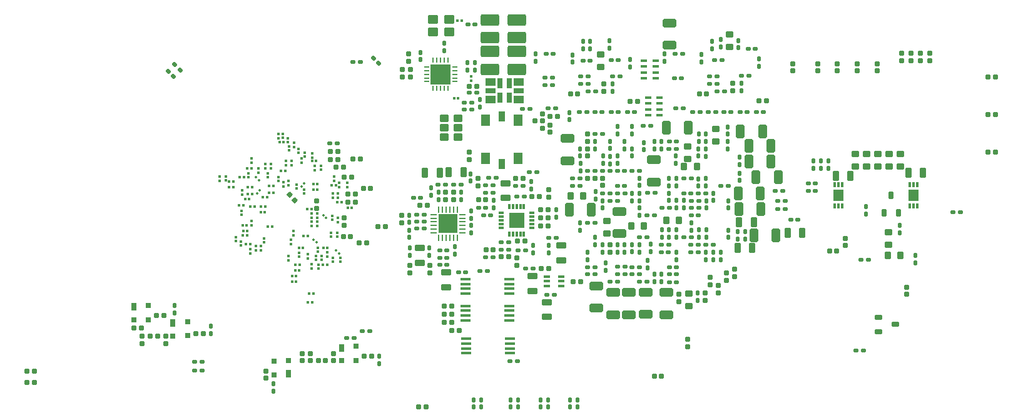
<source format=gbp>
G04 Layer_Color=128*
%FSLAX44Y44*%
%MOMM*%
G71*
G01*
G75*
G04:AMPARAMS|DCode=21|XSize=1mm|YSize=0.9mm|CornerRadius=0.1125mm|HoleSize=0mm|Usage=FLASHONLY|Rotation=0.000|XOffset=0mm|YOffset=0mm|HoleType=Round|Shape=RoundedRectangle|*
%AMROUNDEDRECTD21*
21,1,1.0000,0.6750,0,0,0.0*
21,1,0.7750,0.9000,0,0,0.0*
1,1,0.2250,0.3875,-0.3375*
1,1,0.2250,-0.3875,-0.3375*
1,1,0.2250,-0.3875,0.3375*
1,1,0.2250,0.3875,0.3375*
%
%ADD21ROUNDEDRECTD21*%
%ADD26R,0.3000X0.7000*%
%ADD27R,0.7000X0.3000*%
G04:AMPARAMS|DCode=29|XSize=0.6mm|YSize=0.6mm|CornerRadius=0.06mm|HoleSize=0mm|Usage=FLASHONLY|Rotation=0.000|XOffset=0mm|YOffset=0mm|HoleType=Round|Shape=RoundedRectangle|*
%AMROUNDEDRECTD29*
21,1,0.6000,0.4800,0,0,0.0*
21,1,0.4800,0.6000,0,0,0.0*
1,1,0.1200,0.2400,-0.2400*
1,1,0.1200,-0.2400,-0.2400*
1,1,0.1200,-0.2400,0.2400*
1,1,0.1200,0.2400,0.2400*
%
%ADD29ROUNDEDRECTD29*%
G04:AMPARAMS|DCode=34|XSize=0.5mm|YSize=0.6mm|CornerRadius=0.05mm|HoleSize=0mm|Usage=FLASHONLY|Rotation=180.000|XOffset=0mm|YOffset=0mm|HoleType=Round|Shape=RoundedRectangle|*
%AMROUNDEDRECTD34*
21,1,0.5000,0.5000,0,0,180.0*
21,1,0.4000,0.6000,0,0,180.0*
1,1,0.1000,-0.2000,0.2500*
1,1,0.1000,0.2000,0.2500*
1,1,0.1000,0.2000,-0.2500*
1,1,0.1000,-0.2000,-0.2500*
%
%ADD34ROUNDEDRECTD34*%
G04:AMPARAMS|DCode=35|XSize=0.5mm|YSize=0.6mm|CornerRadius=0.05mm|HoleSize=0mm|Usage=FLASHONLY|Rotation=90.000|XOffset=0mm|YOffset=0mm|HoleType=Round|Shape=RoundedRectangle|*
%AMROUNDEDRECTD35*
21,1,0.5000,0.5000,0,0,90.0*
21,1,0.4000,0.6000,0,0,90.0*
1,1,0.1000,0.2500,0.2000*
1,1,0.1000,0.2500,-0.2000*
1,1,0.1000,-0.2500,-0.2000*
1,1,0.1000,-0.2500,0.2000*
%
%ADD35ROUNDEDRECTD35*%
G04:AMPARAMS|DCode=36|XSize=0.6mm|YSize=0.6mm|CornerRadius=0.06mm|HoleSize=0mm|Usage=FLASHONLY|Rotation=270.000|XOffset=0mm|YOffset=0mm|HoleType=Round|Shape=RoundedRectangle|*
%AMROUNDEDRECTD36*
21,1,0.6000,0.4800,0,0,270.0*
21,1,0.4800,0.6000,0,0,270.0*
1,1,0.1200,-0.2400,-0.2400*
1,1,0.1200,-0.2400,0.2400*
1,1,0.1200,0.2400,0.2400*
1,1,0.1200,0.2400,-0.2400*
%
%ADD36ROUNDEDRECTD36*%
G04:AMPARAMS|DCode=37|XSize=1.3mm|YSize=0.8mm|CornerRadius=0.1mm|HoleSize=0mm|Usage=FLASHONLY|Rotation=90.000|XOffset=0mm|YOffset=0mm|HoleType=Round|Shape=RoundedRectangle|*
%AMROUNDEDRECTD37*
21,1,1.3000,0.6000,0,0,90.0*
21,1,1.1000,0.8000,0,0,90.0*
1,1,0.2000,0.3000,0.5500*
1,1,0.2000,0.3000,-0.5500*
1,1,0.2000,-0.3000,-0.5500*
1,1,0.2000,-0.3000,0.5500*
%
%ADD37ROUNDEDRECTD37*%
G04:AMPARAMS|DCode=46|XSize=1.8mm|YSize=1.15mm|CornerRadius=0.1437mm|HoleSize=0mm|Usage=FLASHONLY|Rotation=0.000|XOffset=0mm|YOffset=0mm|HoleType=Round|Shape=RoundedRectangle|*
%AMROUNDEDRECTD46*
21,1,1.8000,0.8625,0,0,0.0*
21,1,1.5125,1.1500,0,0,0.0*
1,1,0.2875,0.7562,-0.4313*
1,1,0.2875,-0.7562,-0.4313*
1,1,0.2875,-0.7562,0.4313*
1,1,0.2875,0.7562,0.4313*
%
%ADD46ROUNDEDRECTD46*%
G04:AMPARAMS|DCode=47|XSize=1.3mm|YSize=0.8mm|CornerRadius=0.1mm|HoleSize=0mm|Usage=FLASHONLY|Rotation=180.000|XOffset=0mm|YOffset=0mm|HoleType=Round|Shape=RoundedRectangle|*
%AMROUNDEDRECTD47*
21,1,1.3000,0.6000,0,0,180.0*
21,1,1.1000,0.8000,0,0,180.0*
1,1,0.2000,-0.5500,0.3000*
1,1,0.2000,0.5500,0.3000*
1,1,0.2000,0.5500,-0.3000*
1,1,0.2000,-0.5500,-0.3000*
%
%ADD47ROUNDEDRECTD47*%
G04:AMPARAMS|DCode=54|XSize=0.5mm|YSize=0.6mm|CornerRadius=0.05mm|HoleSize=0mm|Usage=FLASHONLY|Rotation=45.000|XOffset=0mm|YOffset=0mm|HoleType=Round|Shape=RoundedRectangle|*
%AMROUNDEDRECTD54*
21,1,0.5000,0.5000,0,0,45.0*
21,1,0.4000,0.6000,0,0,45.0*
1,1,0.1000,0.3182,-0.0354*
1,1,0.1000,0.0354,-0.3182*
1,1,0.1000,-0.3182,0.0354*
1,1,0.1000,-0.0354,0.3182*
%
%ADD54ROUNDEDRECTD54*%
G04:AMPARAMS|DCode=60|XSize=0.6mm|YSize=0.6mm|CornerRadius=0.06mm|HoleSize=0mm|Usage=FLASHONLY|Rotation=45.000|XOffset=0mm|YOffset=0mm|HoleType=Round|Shape=RoundedRectangle|*
%AMROUNDEDRECTD60*
21,1,0.6000,0.4800,0,0,45.0*
21,1,0.4800,0.6000,0,0,45.0*
1,1,0.1200,0.3394,0.0000*
1,1,0.1200,0.0000,-0.3394*
1,1,0.1200,-0.3394,0.0000*
1,1,0.1200,0.0000,0.3394*
%
%ADD60ROUNDEDRECTD60*%
G04:AMPARAMS|DCode=69|XSize=1.8mm|YSize=1.15mm|CornerRadius=0.1437mm|HoleSize=0mm|Usage=FLASHONLY|Rotation=270.000|XOffset=0mm|YOffset=0mm|HoleType=Round|Shape=RoundedRectangle|*
%AMROUNDEDRECTD69*
21,1,1.8000,0.8625,0,0,270.0*
21,1,1.5125,1.1500,0,0,270.0*
1,1,0.2875,-0.4313,-0.7562*
1,1,0.2875,-0.4313,0.7562*
1,1,0.2875,0.4313,0.7562*
1,1,0.2875,0.4313,-0.7562*
%
%ADD69ROUNDEDRECTD69*%
G04:AMPARAMS|DCode=76|XSize=1mm|YSize=0.9mm|CornerRadius=0.1125mm|HoleSize=0mm|Usage=FLASHONLY|Rotation=90.000|XOffset=0mm|YOffset=0mm|HoleType=Round|Shape=RoundedRectangle|*
%AMROUNDEDRECTD76*
21,1,1.0000,0.6750,0,0,90.0*
21,1,0.7750,0.9000,0,0,90.0*
1,1,0.2250,0.3375,0.3875*
1,1,0.2250,0.3375,-0.3875*
1,1,0.2250,-0.3375,-0.3875*
1,1,0.2250,-0.3375,0.3875*
%
%ADD76ROUNDEDRECTD76*%
%ADD83R,0.9500X0.4000*%
%ADD130R,0.7000X1.0000*%
%ADD131R,0.7000X0.7000*%
%ADD132R,0.8500X0.4000*%
%ADD133R,1.3500X1.6500*%
G04:AMPARAMS|DCode=134|XSize=0.6mm|YSize=1mm|CornerRadius=0.075mm|HoleSize=0mm|Usage=FLASHONLY|Rotation=180.000|XOffset=0mm|YOffset=0mm|HoleType=Round|Shape=RoundedRectangle|*
%AMROUNDEDRECTD134*
21,1,0.6000,0.8500,0,0,180.0*
21,1,0.4500,1.0000,0,0,180.0*
1,1,0.1500,-0.2250,0.4250*
1,1,0.1500,0.2250,0.4250*
1,1,0.1500,0.2250,-0.4250*
1,1,0.1500,-0.2250,-0.4250*
%
%ADD134ROUNDEDRECTD134*%
%ADD135R,0.3500X0.3000*%
%ADD136R,0.3000X0.3500*%
%ADD137R,2.1000X2.1000*%
%ADD138R,1.2000X1.5000*%
%ADD139R,0.9000X1.4000*%
G04:AMPARAMS|DCode=140|XSize=0.3mm|YSize=0.35mm|CornerRadius=0mm|HoleSize=0mm|Usage=FLASHONLY|Rotation=315.000|XOffset=0mm|YOffset=0mm|HoleType=Round|Shape=Rectangle|*
%AMROTATEDRECTD140*
4,1,4,-0.2298,-0.0177,0.0177,0.2298,0.2298,0.0177,-0.0177,-0.2298,-0.2298,-0.0177,0.0*
%
%ADD140ROTATEDRECTD140*%

G04:AMPARAMS|DCode=141|XSize=0.3mm|YSize=0.35mm|CornerRadius=0mm|HoleSize=0mm|Usage=FLASHONLY|Rotation=45.000|XOffset=0mm|YOffset=0mm|HoleType=Round|Shape=Rectangle|*
%AMROTATEDRECTD141*
4,1,4,0.0177,-0.2298,-0.2298,0.0177,-0.0177,0.2298,0.2298,-0.0177,0.0177,-0.2298,0.0*
%
%ADD141ROTATEDRECTD141*%

G04:AMPARAMS|DCode=142|XSize=1.4mm|YSize=1.2mm|CornerRadius=0.15mm|HoleSize=0mm|Usage=FLASHONLY|Rotation=180.000|XOffset=0mm|YOffset=0mm|HoleType=Round|Shape=RoundedRectangle|*
%AMROUNDEDRECTD142*
21,1,1.4000,0.9000,0,0,180.0*
21,1,1.1000,1.2000,0,0,180.0*
1,1,0.3000,-0.5500,0.4500*
1,1,0.3000,0.5500,0.4500*
1,1,0.3000,0.5500,-0.4500*
1,1,0.3000,-0.5500,-0.4500*
%
%ADD142ROUNDEDRECTD142*%
%ADD143R,2.6000X2.6000*%
%ADD144O,0.9000X0.2500*%
%ADD145O,0.2500X0.9000*%
%ADD146R,1.4000X0.4500*%
%ADD147R,2.7000X2.7000*%
%ADD148R,0.8000X0.2500*%
%ADD149R,0.2500X0.8000*%
G04:AMPARAMS|DCode=150|XSize=0.6mm|YSize=1mm|CornerRadius=0.075mm|HoleSize=0mm|Usage=FLASHONLY|Rotation=90.000|XOffset=0mm|YOffset=0mm|HoleType=Round|Shape=RoundedRectangle|*
%AMROUNDEDRECTD150*
21,1,0.6000,0.8500,0,0,90.0*
21,1,0.4500,1.0000,0,0,90.0*
1,1,0.1500,0.4250,0.2250*
1,1,0.1500,0.4250,-0.2250*
1,1,0.1500,-0.4250,-0.2250*
1,1,0.1500,-0.4250,0.2250*
%
%ADD150ROUNDEDRECTD150*%
G04:AMPARAMS|DCode=151|XSize=2.5mm|YSize=1.5mm|CornerRadius=0.1875mm|HoleSize=0mm|Usage=FLASHONLY|Rotation=0.000|XOffset=0mm|YOffset=0mm|HoleType=Round|Shape=RoundedRectangle|*
%AMROUNDEDRECTD151*
21,1,2.5000,1.1250,0,0,0.0*
21,1,2.1250,1.5000,0,0,0.0*
1,1,0.3750,1.0625,-0.5625*
1,1,0.3750,-1.0625,-0.5625*
1,1,0.3750,-1.0625,0.5625*
1,1,0.3750,1.0625,0.5625*
%
%ADD151ROUNDEDRECTD151*%
%ADD152R,1.3500X1.0000*%
%ADD153R,0.7000X1.3500*%
%ADD154R,1.3500X0.7000*%
G04:AMPARAMS|DCode=155|XSize=1mm|YSize=1.2mm|CornerRadius=0.125mm|HoleSize=0mm|Usage=FLASHONLY|Rotation=270.000|XOffset=0mm|YOffset=0mm|HoleType=Round|Shape=RoundedRectangle|*
%AMROUNDEDRECTD155*
21,1,1.0000,0.9500,0,0,270.0*
21,1,0.7500,1.2000,0,0,270.0*
1,1,0.2500,-0.4750,-0.3750*
1,1,0.2500,-0.4750,0.3750*
1,1,0.2500,0.4750,0.3750*
1,1,0.2500,0.4750,-0.3750*
%
%ADD155ROUNDEDRECTD155*%
D21*
X798250Y623500D02*
D03*
Y606500D02*
D03*
X972500Y634000D02*
D03*
Y651000D02*
D03*
X806250Y381750D02*
D03*
X806250Y398750D02*
D03*
X915500Y499500D02*
D03*
Y482500D02*
D03*
X953500Y506000D02*
D03*
Y523000D02*
D03*
X917250Y300250D02*
D03*
Y283250D02*
D03*
X1187250Y383250D02*
D03*
Y366250D02*
D03*
X1142600Y488640D02*
D03*
Y471640D02*
D03*
X1157800Y488640D02*
D03*
Y471640D02*
D03*
X1173000Y488640D02*
D03*
Y471640D02*
D03*
X1188200Y488640D02*
D03*
Y471640D02*
D03*
X1203400Y488640D02*
D03*
Y471640D02*
D03*
D26*
X1216000Y447100D02*
D03*
X1221000D02*
D03*
X1226000D02*
D03*
X1216000Y418400D02*
D03*
X1221000D02*
D03*
X1226000D02*
D03*
X1114500Y447100D02*
D03*
X1119500D02*
D03*
X1124500D02*
D03*
X1114500Y418400D02*
D03*
X1119500D02*
D03*
X1124500D02*
D03*
X674250Y380250D02*
D03*
X679250D02*
D03*
X684250D02*
D03*
X689250D02*
D03*
X694250D02*
D03*
Y418250D02*
D03*
X689250D02*
D03*
X684250D02*
D03*
X679250D02*
D03*
X674250D02*
D03*
D27*
X704750Y389250D02*
D03*
Y394250D02*
D03*
Y399250D02*
D03*
Y404250D02*
D03*
Y409250D02*
D03*
X663750D02*
D03*
Y404250D02*
D03*
Y399250D02*
D03*
Y394250D02*
D03*
Y389250D02*
D03*
D29*
X344990Y185560D02*
D03*
Y195560D02*
D03*
X436743Y209250D02*
D03*
Y219250D02*
D03*
X393743D02*
D03*
Y209250D02*
D03*
X404743D02*
D03*
Y219250D02*
D03*
X177250Y242750D02*
D03*
Y232750D02*
D03*
X209250Y242750D02*
D03*
X209250Y232750D02*
D03*
X537985Y624225D02*
D03*
Y614225D02*
D03*
X1128750Y365000D02*
D03*
Y375000D02*
D03*
X620250Y481250D02*
D03*
Y491250D02*
D03*
X939750Y301000D02*
D03*
Y291000D02*
D03*
X810500Y356000D02*
D03*
Y366000D02*
D03*
X780500Y516000D02*
D03*
Y506000D02*
D03*
Y486000D02*
D03*
Y496000D02*
D03*
X800750Y446250D02*
D03*
Y456250D02*
D03*
X916000Y238500D02*
D03*
Y228500D02*
D03*
X727750Y440500D02*
D03*
Y430500D02*
D03*
X599250Y427125D02*
D03*
Y437125D02*
D03*
X588250Y427125D02*
D03*
Y437125D02*
D03*
X413740Y415563D02*
D03*
Y425563D02*
D03*
X451000Y402750D02*
D03*
Y392750D02*
D03*
X566500Y338250D02*
D03*
X566500Y328250D02*
D03*
X539500Y338250D02*
D03*
Y328250D02*
D03*
X1212244Y299006D02*
D03*
Y309006D02*
D03*
X631645Y455821D02*
D03*
Y445821D02*
D03*
X802000Y574000D02*
D03*
Y584000D02*
D03*
X976500Y574500D02*
D03*
Y584500D02*
D03*
X904000Y289000D02*
D03*
Y299000D02*
D03*
X957250Y311000D02*
D03*
Y301000D02*
D03*
X945750Y322250D02*
D03*
Y312250D02*
D03*
X968250Y318250D02*
D03*
Y328250D02*
D03*
X979250Y333000D02*
D03*
Y323000D02*
D03*
X684250Y338500D02*
D03*
Y348500D02*
D03*
X1057699Y601250D02*
D03*
Y611250D02*
D03*
X1092000Y601250D02*
D03*
Y611250D02*
D03*
X1117950Y601250D02*
D03*
X1117950Y611250D02*
D03*
X1145000Y601250D02*
D03*
Y611250D02*
D03*
X1172000Y601250D02*
D03*
Y611250D02*
D03*
X1205301Y615250D02*
D03*
Y625250D02*
D03*
X1218001Y615250D02*
D03*
Y625250D02*
D03*
X1230701Y615250D02*
D03*
Y625250D02*
D03*
X1243401Y615250D02*
D03*
Y625250D02*
D03*
X528500Y406000D02*
D03*
Y396000D02*
D03*
X540250Y593250D02*
D03*
Y603250D02*
D03*
X529250D02*
D03*
Y593250D02*
D03*
X719250Y523500D02*
D03*
Y533500D02*
D03*
X719250Y543500D02*
D03*
Y533500D02*
D03*
X729500Y528250D02*
D03*
Y518250D02*
D03*
D34*
X270500Y256000D02*
D03*
Y246000D02*
D03*
X221000Y284000D02*
D03*
Y274000D02*
D03*
X498500Y215250D02*
D03*
X498500Y205250D02*
D03*
X355500Y178000D02*
D03*
X355500Y168000D02*
D03*
X840500Y516000D02*
D03*
Y526000D02*
D03*
X810500Y496250D02*
D03*
Y506250D02*
D03*
X627515Y612500D02*
D03*
X627515Y602500D02*
D03*
X617265D02*
D03*
X617265Y612500D02*
D03*
X653000Y416250D02*
D03*
Y426250D02*
D03*
X738000Y413500D02*
D03*
Y403500D02*
D03*
X706250Y355500D02*
D03*
Y365500D02*
D03*
X704000Y441500D02*
D03*
Y451500D02*
D03*
X622500Y392250D02*
D03*
Y382250D02*
D03*
X609500Y427125D02*
D03*
Y437125D02*
D03*
X578750Y427000D02*
D03*
Y437000D02*
D03*
X727500Y355500D02*
D03*
Y365500D02*
D03*
X622500Y412125D02*
D03*
Y402125D02*
D03*
X539750Y351750D02*
D03*
Y361750D02*
D03*
X1224244Y351756D02*
D03*
Y341756D02*
D03*
X554250Y616500D02*
D03*
Y626500D02*
D03*
X586500Y628500D02*
D03*
X586500Y638500D02*
D03*
X774000Y641000D02*
D03*
Y631000D02*
D03*
X784000Y641000D02*
D03*
Y631000D02*
D03*
X810000Y642000D02*
D03*
Y632000D02*
D03*
X755750Y535250D02*
D03*
Y545250D02*
D03*
X814000Y584000D02*
D03*
Y574000D02*
D03*
X838000Y607000D02*
D03*
Y617000D02*
D03*
X760000Y613000D02*
D03*
Y623000D02*
D03*
X710000Y614000D02*
D03*
Y624000D02*
D03*
X988500Y584500D02*
D03*
Y574500D02*
D03*
X884500Y614500D02*
D03*
Y624500D02*
D03*
X934500Y613500D02*
D03*
Y623500D02*
D03*
X960500Y643500D02*
D03*
Y633500D02*
D03*
X948500Y641500D02*
D03*
Y631500D02*
D03*
X984500Y642500D02*
D03*
Y632500D02*
D03*
X1012500Y607500D02*
D03*
Y617500D02*
D03*
X900500Y355750D02*
D03*
Y345750D02*
D03*
X890250Y386250D02*
D03*
Y376250D02*
D03*
X880740Y386250D02*
D03*
Y376250D02*
D03*
X850750Y456250D02*
D03*
Y446250D02*
D03*
X900500Y386250D02*
D03*
Y376250D02*
D03*
X840750Y496000D02*
D03*
Y486000D02*
D03*
X890250Y436000D02*
D03*
Y426000D02*
D03*
X910500Y416250D02*
D03*
Y426250D02*
D03*
X880500Y496000D02*
D03*
Y506000D02*
D03*
X870500Y496000D02*
D03*
Y506000D02*
D03*
X770250Y396000D02*
D03*
Y386000D02*
D03*
X900500Y416000D02*
D03*
Y426000D02*
D03*
X791000Y438000D02*
D03*
Y428000D02*
D03*
X960250Y355750D02*
D03*
Y345750D02*
D03*
X820500Y516000D02*
D03*
Y526000D02*
D03*
X930500Y486000D02*
D03*
Y496000D02*
D03*
X900250Y455750D02*
D03*
Y445750D02*
D03*
X820500Y356250D02*
D03*
Y366250D02*
D03*
X850750Y366000D02*
D03*
Y356000D02*
D03*
X929250Y301000D02*
D03*
Y291000D02*
D03*
X900000Y476000D02*
D03*
Y486000D02*
D03*
X940500Y346000D02*
D03*
Y356000D02*
D03*
Y495750D02*
D03*
Y485750D02*
D03*
X780500Y346000D02*
D03*
Y356000D02*
D03*
X983500Y374000D02*
D03*
Y384000D02*
D03*
X930750Y516250D02*
D03*
Y506250D02*
D03*
X790750Y496000D02*
D03*
Y506000D02*
D03*
X970250Y525750D02*
D03*
Y515750D02*
D03*
X970000Y506000D02*
D03*
Y496000D02*
D03*
X985750Y453000D02*
D03*
Y463000D02*
D03*
Y484500D02*
D03*
Y474500D02*
D03*
X800500Y356000D02*
D03*
Y366000D02*
D03*
X971000Y376000D02*
D03*
Y386000D02*
D03*
X880500Y316500D02*
D03*
Y326500D02*
D03*
X830500Y506000D02*
D03*
Y496000D02*
D03*
X950500Y426000D02*
D03*
Y436000D02*
D03*
X890250Y445750D02*
D03*
Y455750D02*
D03*
X801000Y476000D02*
D03*
Y486000D02*
D03*
X940000Y446000D02*
D03*
Y456000D02*
D03*
X940750Y386250D02*
D03*
Y376250D02*
D03*
X820750Y476000D02*
D03*
Y486000D02*
D03*
X920500Y395750D02*
D03*
Y385750D02*
D03*
X930500Y445500D02*
D03*
Y455500D02*
D03*
X930750Y386250D02*
D03*
Y376250D02*
D03*
X850750Y416000D02*
D03*
Y406000D02*
D03*
X840750Y366500D02*
D03*
Y356500D02*
D03*
X840500Y425500D02*
D03*
Y435500D02*
D03*
X800750Y425750D02*
D03*
Y415750D02*
D03*
X970750D02*
D03*
Y425750D02*
D03*
X770000Y486000D02*
D03*
Y496000D02*
D03*
X810500Y485500D02*
D03*
Y475500D02*
D03*
X771000Y466000D02*
D03*
Y476000D02*
D03*
X830500Y356250D02*
D03*
Y366250D02*
D03*
X790500Y366000D02*
D03*
Y376000D02*
D03*
X870500Y326500D02*
D03*
Y316500D02*
D03*
X865750Y367250D02*
D03*
Y357250D02*
D03*
X940500Y516250D02*
D03*
Y506250D02*
D03*
X940750Y425750D02*
D03*
Y415750D02*
D03*
X993250Y374000D02*
D03*
Y384000D02*
D03*
X1086000Y479750D02*
D03*
Y469750D02*
D03*
X1096000D02*
D03*
Y479750D02*
D03*
X1106000Y479750D02*
D03*
Y469750D02*
D03*
X636500Y146500D02*
D03*
Y156500D02*
D03*
X626500Y146500D02*
D03*
Y156500D02*
D03*
X676500Y146500D02*
D03*
Y156500D02*
D03*
X686500Y146500D02*
D03*
Y156500D02*
D03*
X716500Y146500D02*
D03*
Y156500D02*
D03*
X726500Y146500D02*
D03*
Y156500D02*
D03*
X766500Y146500D02*
D03*
Y156500D02*
D03*
X756500Y146500D02*
D03*
Y156500D02*
D03*
X1203000Y382250D02*
D03*
Y392250D02*
D03*
X1157250Y418000D02*
D03*
Y408000D02*
D03*
X566250Y361750D02*
D03*
Y351750D02*
D03*
X568750Y443125D02*
D03*
Y433125D02*
D03*
X600500Y353250D02*
D03*
Y363250D02*
D03*
X539000Y396250D02*
D03*
Y406250D02*
D03*
X538750Y386000D02*
D03*
Y376000D02*
D03*
X622250Y452250D02*
D03*
Y462250D02*
D03*
X804750Y341750D02*
D03*
Y331750D02*
D03*
X856750Y494500D02*
D03*
Y504500D02*
D03*
X950500Y355750D02*
D03*
Y345750D02*
D03*
X850500Y425500D02*
D03*
Y435500D02*
D03*
X861500Y345000D02*
D03*
Y335000D02*
D03*
X634250Y562500D02*
D03*
Y552500D02*
D03*
D35*
X473106Y613106D02*
D03*
X463106D02*
D03*
X464500Y240250D02*
D03*
X454500Y240250D02*
D03*
X248450Y195750D02*
D03*
X258450D02*
D03*
X248450Y208250D02*
D03*
X258450D02*
D03*
X485500Y249250D02*
D03*
X475500D02*
D03*
X656500Y456750D02*
D03*
X646500D02*
D03*
X634750Y330750D02*
D03*
X644750D02*
D03*
X907500Y591750D02*
D03*
X897500D02*
D03*
X732750Y582000D02*
D03*
X722750D02*
D03*
X732750Y592250D02*
D03*
X722750D02*
D03*
X770250Y455750D02*
D03*
X760250D02*
D03*
X850500Y465750D02*
D03*
X840500D02*
D03*
X770250Y445750D02*
D03*
X760250D02*
D03*
X865750Y526750D02*
D03*
X855750D02*
D03*
X618226Y663985D02*
D03*
X628226D02*
D03*
X623500Y548750D02*
D03*
X613500D02*
D03*
X613500Y558750D02*
D03*
X623500D02*
D03*
X649250Y405750D02*
D03*
X639250D02*
D03*
X642500Y436750D02*
D03*
X652500D02*
D03*
X642500Y446750D02*
D03*
X652500D02*
D03*
X642500Y416250D02*
D03*
X632500D02*
D03*
X738000Y375750D02*
D03*
X728000D02*
D03*
X652500Y349500D02*
D03*
X642500D02*
D03*
X673250Y359500D02*
D03*
X663250D02*
D03*
X696000Y358500D02*
D03*
X686000D02*
D03*
X673250Y369500D02*
D03*
X663250D02*
D03*
X559500Y397500D02*
D03*
X549500D02*
D03*
X684500Y431000D02*
D03*
X694500D02*
D03*
X692750Y445750D02*
D03*
X682750D02*
D03*
X599250Y447500D02*
D03*
X609250D02*
D03*
X554500Y430000D02*
D03*
X544500D02*
D03*
X1160250Y345500D02*
D03*
X1150250D02*
D03*
X431248Y503243D02*
D03*
X441248Y503243D02*
D03*
X605500Y329000D02*
D03*
X615500D02*
D03*
X588250Y447500D02*
D03*
X578250D02*
D03*
X844000Y545500D02*
D03*
X834000D02*
D03*
X822000Y545500D02*
D03*
X812000D02*
D03*
X790000Y545500D02*
D03*
X800000D02*
D03*
X769000Y545500D02*
D03*
X779000D02*
D03*
X726750Y550750D02*
D03*
X736750D02*
D03*
X781000Y574000D02*
D03*
X791000D02*
D03*
X824250Y594250D02*
D03*
X814250D02*
D03*
X812000Y616000D02*
D03*
X822000D02*
D03*
X771000Y594000D02*
D03*
X781000D02*
D03*
Y584000D02*
D03*
X771000D02*
D03*
X734000Y624000D02*
D03*
X724000D02*
D03*
X899500Y550500D02*
D03*
X909500D02*
D03*
X953500Y546000D02*
D03*
X943500D02*
D03*
X932500D02*
D03*
X922500D02*
D03*
X964500Y546000D02*
D03*
X974500D02*
D03*
X996500Y546000D02*
D03*
X986500D02*
D03*
X1018500Y546000D02*
D03*
X1008500D02*
D03*
X965500Y574000D02*
D03*
X955500D02*
D03*
X998750Y594750D02*
D03*
X988750D02*
D03*
X945500Y584000D02*
D03*
X955500D02*
D03*
X945500Y594000D02*
D03*
X955500D02*
D03*
X908500Y624500D02*
D03*
X898500D02*
D03*
X962000Y616000D02*
D03*
X952000D02*
D03*
X1007500Y631500D02*
D03*
X997500D02*
D03*
X725390Y298570D02*
D03*
X735390D02*
D03*
X706610Y333600D02*
D03*
X696610D02*
D03*
X890250Y366250D02*
D03*
X880250D02*
D03*
X920500Y376250D02*
D03*
X910500D02*
D03*
X821000Y436000D02*
D03*
X831000D02*
D03*
X920250Y356250D02*
D03*
X930250D02*
D03*
X800500Y435500D02*
D03*
X810500D02*
D03*
X930250Y435750D02*
D03*
X940250D02*
D03*
X820500Y466000D02*
D03*
X830500D02*
D03*
X920250Y436000D02*
D03*
X910250D02*
D03*
X890750Y505750D02*
D03*
X900750D02*
D03*
X790500Y466000D02*
D03*
X780500D02*
D03*
X920500Y406000D02*
D03*
X930500D02*
D03*
X820750Y326250D02*
D03*
X830750D02*
D03*
X910750Y455750D02*
D03*
X920750D02*
D03*
X870750Y406000D02*
D03*
X860750D02*
D03*
X810500Y466000D02*
D03*
X800500D02*
D03*
X850750Y326000D02*
D03*
X840750D02*
D03*
X810750Y425750D02*
D03*
X820750D02*
D03*
X890500Y496000D02*
D03*
X900500D02*
D03*
X850750Y336000D02*
D03*
X840750D02*
D03*
X810750Y316000D02*
D03*
X820750D02*
D03*
X890750Y336000D02*
D03*
X900750D02*
D03*
X830750Y336250D02*
D03*
X820750D02*
D03*
X890750Y326250D02*
D03*
X900750D02*
D03*
X790500D02*
D03*
X780500D02*
D03*
X890750Y315750D02*
D03*
X900750D02*
D03*
X780500Y336000D02*
D03*
X790500D02*
D03*
X860500Y316000D02*
D03*
X850500D02*
D03*
X860250Y376000D02*
D03*
X850250D02*
D03*
X780500Y396000D02*
D03*
X790500D02*
D03*
X931000Y416250D02*
D03*
X921000D02*
D03*
X920750Y425750D02*
D03*
X930750D02*
D03*
X890750Y415750D02*
D03*
X880750D02*
D03*
X871250Y436250D02*
D03*
X861250D02*
D03*
X940250Y366250D02*
D03*
X950250D02*
D03*
X800750Y515750D02*
D03*
X790750D02*
D03*
X930250Y366250D02*
D03*
X920250D02*
D03*
X879750Y356250D02*
D03*
X889750D02*
D03*
X1055000Y400250D02*
D03*
X1065000D02*
D03*
X1047975Y414395D02*
D03*
X1037975D02*
D03*
X1047975Y425865D02*
D03*
X1037975D02*
D03*
X1078750Y449250D02*
D03*
X1088750D02*
D03*
X1078750Y439250D02*
D03*
X1088750D02*
D03*
X784000Y615000D02*
D03*
X774000D02*
D03*
X1275000Y410250D02*
D03*
X1285000D02*
D03*
X1153250Y223250D02*
D03*
X1143250Y223250D02*
D03*
X701750Y464750D02*
D03*
X711750D02*
D03*
X559500Y406750D02*
D03*
X549500D02*
D03*
X580000Y348750D02*
D03*
X590000D02*
D03*
X559500Y388000D02*
D03*
X549500D02*
D03*
X685000Y209000D02*
D03*
X675000D02*
D03*
X820500Y446000D02*
D03*
X830500D02*
D03*
X1034500Y439000D02*
D03*
X1044500D02*
D03*
X960500Y445750D02*
D03*
X970500D02*
D03*
X590000Y358750D02*
D03*
X580000D02*
D03*
X590000Y338750D02*
D03*
X580000D02*
D03*
X692250Y550250D02*
D03*
X702250D02*
D03*
X630000Y571500D02*
D03*
X620000D02*
D03*
D36*
X478025Y215235D02*
D03*
X488025D02*
D03*
X425743Y209250D02*
D03*
X415743D02*
D03*
X250025Y245985D02*
D03*
X260025D02*
D03*
X207025Y270485D02*
D03*
X197025D02*
D03*
X176250Y253750D02*
D03*
X166250D02*
D03*
X198250Y242750D02*
D03*
X188250D02*
D03*
X606250Y250500D02*
D03*
X596250D02*
D03*
X586250Y272250D02*
D03*
X596250D02*
D03*
X880500Y188250D02*
D03*
X870500D02*
D03*
X32000Y180000D02*
D03*
X22000D02*
D03*
Y195000D02*
D03*
X32000D02*
D03*
X596250Y283000D02*
D03*
X586250D02*
D03*
X596250Y261500D02*
D03*
X586250D02*
D03*
X1332500Y491643D02*
D03*
X1322500D02*
D03*
X760500Y316000D02*
D03*
X770500D02*
D03*
X790500Y456000D02*
D03*
X780500D02*
D03*
X442250Y481750D02*
D03*
X432250D02*
D03*
X472500Y482250D02*
D03*
X462500D02*
D03*
X716500Y413500D02*
D03*
X726500D02*
D03*
X716500Y402500D02*
D03*
X726500D02*
D03*
X716500Y391500D02*
D03*
X726500D02*
D03*
X632500Y426750D02*
D03*
X642500D02*
D03*
X663250Y349750D02*
D03*
X673250D02*
D03*
X652750Y359250D02*
D03*
X642750D02*
D03*
X695250Y371000D02*
D03*
X685250D02*
D03*
X705000Y431000D02*
D03*
X715000D02*
D03*
X455740Y424063D02*
D03*
X465740D02*
D03*
X449740Y377063D02*
D03*
X459740D02*
D03*
X1107500Y357500D02*
D03*
X1117500Y357500D02*
D03*
X442250Y492750D02*
D03*
X432250D02*
D03*
X450250Y470750D02*
D03*
X440250D02*
D03*
X450750Y458000D02*
D03*
X460750D02*
D03*
X455750Y435000D02*
D03*
X465750D02*
D03*
X476750Y442500D02*
D03*
X486750D02*
D03*
X471000Y369000D02*
D03*
X481000D02*
D03*
X496500Y391000D02*
D03*
X506500D02*
D03*
X838000Y560000D02*
D03*
X848000D02*
D03*
X757000Y570000D02*
D03*
X767000D02*
D03*
X1012500Y560500D02*
D03*
X1022500D02*
D03*
X931500Y570500D02*
D03*
X941500D02*
D03*
X727610Y333600D02*
D03*
X717610D02*
D03*
X552000Y146500D02*
D03*
X562000D02*
D03*
X1322500Y542500D02*
D03*
X1332500Y542500D02*
D03*
X1322500Y593357D02*
D03*
X1332500D02*
D03*
X563500Y419500D02*
D03*
X553500D02*
D03*
X709250Y533500D02*
D03*
X719250D02*
D03*
X739500Y540000D02*
D03*
X729500D02*
D03*
X630000Y580750D02*
D03*
X620000D02*
D03*
X692750Y456250D02*
D03*
X682750D02*
D03*
D37*
X592250Y464000D02*
D03*
X612250D02*
D03*
X580500Y463750D02*
D03*
X560500D02*
D03*
X1050750Y382250D02*
D03*
X1070750D02*
D03*
X1003000Y361750D02*
D03*
X983000D02*
D03*
X985500Y396750D02*
D03*
X1005500D02*
D03*
X1234250Y463250D02*
D03*
X1214250D02*
D03*
X1116000Y459000D02*
D03*
X1136000D02*
D03*
D46*
X891250Y666250D02*
D03*
Y636250D02*
D03*
X870000Y481000D02*
D03*
Y451000D02*
D03*
X823500Y411000D02*
D03*
Y381000D02*
D03*
X887250Y301750D02*
D03*
Y271750D02*
D03*
X859000Y302250D02*
D03*
Y272250D02*
D03*
X836000Y301500D02*
D03*
Y271500D02*
D03*
X814750Y301500D02*
D03*
Y271500D02*
D03*
X792250Y310500D02*
D03*
Y280500D02*
D03*
X753500Y479750D02*
D03*
Y509750D02*
D03*
D47*
X725250Y268710D02*
D03*
Y288710D02*
D03*
X706000Y303540D02*
D03*
Y323540D02*
D03*
X589000Y309000D02*
D03*
Y329000D02*
D03*
X669500Y449500D02*
D03*
Y429500D02*
D03*
X553000Y341750D02*
D03*
Y361750D02*
D03*
X745000Y365000D02*
D03*
Y345000D02*
D03*
D54*
X490394Y618445D02*
D03*
X497465Y611374D02*
D03*
X221588Y609751D02*
D03*
X228659Y602680D02*
D03*
X212749Y600912D02*
D03*
X219820Y593841D02*
D03*
D60*
X376964Y433536D02*
D03*
X384036Y426465D02*
D03*
D69*
X785500Y413250D02*
D03*
X755500D02*
D03*
X1035250Y379000D02*
D03*
X1005250D02*
D03*
X984750Y414750D02*
D03*
X1014750D02*
D03*
X984250Y435750D02*
D03*
X1014250D02*
D03*
X1008250Y457250D02*
D03*
X1038250D02*
D03*
X998250Y478500D02*
D03*
X1028250D02*
D03*
X998250Y499750D02*
D03*
X1028250D02*
D03*
X987000Y519250D02*
D03*
X1017000D02*
D03*
X886500Y524500D02*
D03*
X916500D02*
D03*
D76*
X1186300Y351800D02*
D03*
X1203300D02*
D03*
X856500Y391750D02*
D03*
X839500D02*
D03*
X904000Y399500D02*
D03*
X887000D02*
D03*
X774000Y432500D02*
D03*
X757000D02*
D03*
X911000Y471750D02*
D03*
X928000D02*
D03*
D83*
X856250Y591250D02*
D03*
Y599250D02*
D03*
X856250Y607250D02*
D03*
Y615250D02*
D03*
X872250Y591250D02*
D03*
X872250Y599250D02*
D03*
Y607250D02*
D03*
Y615250D02*
D03*
X862000Y541250D02*
D03*
X862000Y549250D02*
D03*
Y557250D02*
D03*
Y565250D02*
D03*
X878000Y541250D02*
D03*
Y549250D02*
D03*
Y557250D02*
D03*
X878000Y565250D02*
D03*
D130*
X375765Y192075D02*
D03*
X447250Y226750D02*
D03*
X219250Y260000D02*
D03*
X166250Y282000D02*
D03*
D131*
X375765Y209325D02*
D03*
X356015Y209075D02*
D03*
X356015Y190075D02*
D03*
X447250Y209500D02*
D03*
X467000Y209750D02*
D03*
Y228750D02*
D03*
X219250Y242750D02*
D03*
X239000Y243000D02*
D03*
X239000Y262000D02*
D03*
X166250Y264750D02*
D03*
X186000Y265000D02*
D03*
X186000Y284000D02*
D03*
D132*
X744250Y323250D02*
D03*
Y316750D02*
D03*
Y310250D02*
D03*
X725250D02*
D03*
Y316750D02*
D03*
Y323250D02*
D03*
D133*
X1221000Y432750D02*
D03*
X1119500Y432750D02*
D03*
D134*
X1191250Y432750D02*
D03*
X1181750Y409750D02*
D03*
X1200750D02*
D03*
D135*
X622515Y594026D02*
D03*
Y588426D02*
D03*
X406990Y397363D02*
D03*
Y391763D02*
D03*
X414500Y397363D02*
D03*
Y391763D02*
D03*
X442290Y396963D02*
D03*
Y402563D02*
D03*
X434490Y399763D02*
D03*
Y405363D02*
D03*
X414500Y408267D02*
D03*
Y402667D02*
D03*
X406990Y408363D02*
D03*
Y402763D02*
D03*
X442500Y435350D02*
D03*
Y429750D02*
D03*
X435240Y435437D02*
D03*
Y429837D02*
D03*
X444490Y449863D02*
D03*
Y444263D02*
D03*
X437500Y452900D02*
D03*
Y458500D02*
D03*
X419240Y467513D02*
D03*
Y473113D02*
D03*
X411240Y472863D02*
D03*
Y467263D02*
D03*
X407690Y489813D02*
D03*
Y484213D02*
D03*
X397937Y490790D02*
D03*
Y485190D02*
D03*
X388820Y496030D02*
D03*
Y490430D02*
D03*
X376250Y499350D02*
D03*
Y493750D02*
D03*
X455000Y449850D02*
D03*
Y444250D02*
D03*
X441750Y382663D02*
D03*
Y377063D02*
D03*
X433250Y382663D02*
D03*
Y377063D02*
D03*
X378990Y372663D02*
D03*
Y367063D02*
D03*
X382500Y384600D02*
D03*
Y379000D02*
D03*
X389940Y349963D02*
D03*
Y355563D02*
D03*
X401990Y347763D02*
D03*
Y353363D02*
D03*
X412740Y345763D02*
D03*
Y351363D02*
D03*
X414990Y356763D02*
D03*
Y362363D02*
D03*
X420490Y345763D02*
D03*
Y351363D02*
D03*
X428000Y350400D02*
D03*
Y356000D02*
D03*
X435740Y348613D02*
D03*
Y343013D02*
D03*
X445750Y343150D02*
D03*
Y348750D02*
D03*
X416240Y339313D02*
D03*
Y333713D02*
D03*
X407240Y333963D02*
D03*
Y339563D02*
D03*
X375490Y345013D02*
D03*
Y350613D02*
D03*
X367813Y516310D02*
D03*
Y510710D02*
D03*
X344240Y475363D02*
D03*
Y469763D02*
D03*
X352000Y475113D02*
D03*
Y469513D02*
D03*
X334760Y463887D02*
D03*
Y469487D02*
D03*
X379740Y479613D02*
D03*
Y474013D02*
D03*
X371990Y479613D02*
D03*
Y474013D02*
D03*
X347990Y463113D02*
D03*
Y457513D02*
D03*
X325540Y482663D02*
D03*
Y477063D02*
D03*
X396740Y441063D02*
D03*
Y435463D02*
D03*
X386480Y442213D02*
D03*
Y447813D02*
D03*
X375313Y446960D02*
D03*
Y452560D02*
D03*
X368813Y450790D02*
D03*
Y445190D02*
D03*
X361990Y452335D02*
D03*
Y457934D02*
D03*
X321290Y462863D02*
D03*
Y457263D02*
D03*
X290536Y458704D02*
D03*
Y453104D02*
D03*
X282313Y458560D02*
D03*
Y452960D02*
D03*
X313250Y433900D02*
D03*
Y439500D02*
D03*
X311690Y412063D02*
D03*
Y406463D02*
D03*
X325750Y398277D02*
D03*
Y392677D02*
D03*
X303990Y371013D02*
D03*
Y376613D02*
D03*
X311500Y365200D02*
D03*
Y370800D02*
D03*
X338390Y358613D02*
D03*
Y364213D02*
D03*
X342740Y369213D02*
D03*
Y374813D02*
D03*
X331340Y364213D02*
D03*
Y358613D02*
D03*
X323790Y360250D02*
D03*
Y354650D02*
D03*
X393240Y482613D02*
D03*
Y477013D02*
D03*
X361633Y510496D02*
D03*
Y516096D02*
D03*
X382750Y498200D02*
D03*
Y503800D02*
D03*
X374860Y504904D02*
D03*
Y510504D02*
D03*
D136*
X609776Y668985D02*
D03*
X604176D02*
D03*
X605350Y564000D02*
D03*
X599750Y564000D02*
D03*
X401190Y414813D02*
D03*
X406790D02*
D03*
X447540Y423563D02*
D03*
X441940D02*
D03*
X409190Y440313D02*
D03*
X414790D02*
D03*
Y448063D02*
D03*
X409190D02*
D03*
X439850Y446363D02*
D03*
X434250D02*
D03*
X413040Y479313D02*
D03*
X407440D02*
D03*
X461140Y416013D02*
D03*
X455540D02*
D03*
X395824Y378313D02*
D03*
X401424D02*
D03*
X395350Y361750D02*
D03*
X389750D02*
D03*
X428340Y362363D02*
D03*
X422740D02*
D03*
X428090Y339313D02*
D03*
X422490D02*
D03*
X384750Y339500D02*
D03*
X390350D02*
D03*
X390040Y331563D02*
D03*
X384440D02*
D03*
X385840Y323750D02*
D03*
X380240D02*
D03*
X385920Y315933D02*
D03*
X380320D02*
D03*
X401750Y288500D02*
D03*
X407350D02*
D03*
X319902Y469461D02*
D03*
X325502D02*
D03*
X365690Y465813D02*
D03*
X371290D02*
D03*
X355100Y445563D02*
D03*
X349500D02*
D03*
X355040Y436813D02*
D03*
X349440D02*
D03*
X309640Y457263D02*
D03*
X315240D02*
D03*
X300750Y451500D02*
D03*
X295150D02*
D03*
X320440Y443813D02*
D03*
X326040D02*
D03*
X346787Y430490D02*
D03*
X341187D02*
D03*
X295190Y444313D02*
D03*
X300790D02*
D03*
X320440Y435063D02*
D03*
X326040D02*
D03*
X322310Y427687D02*
D03*
X316710D02*
D03*
X308690Y419563D02*
D03*
X314290D02*
D03*
X329560Y417937D02*
D03*
X323960D02*
D03*
X343750Y410500D02*
D03*
X338150D02*
D03*
X353540Y390313D02*
D03*
X347940D02*
D03*
X313476Y392677D02*
D03*
X319076D02*
D03*
X314190Y385063D02*
D03*
X319790D02*
D03*
X313940Y378563D02*
D03*
X319540D02*
D03*
X318190Y367063D02*
D03*
X323790D02*
D03*
X368846Y504864D02*
D03*
X363246D02*
D03*
X343800Y418000D02*
D03*
X338200D02*
D03*
X409050Y299750D02*
D03*
X403450D02*
D03*
D137*
X684250Y399250D02*
D03*
D138*
X642250Y483000D02*
D03*
Y535000D02*
D03*
X686250D02*
D03*
Y483000D02*
D03*
X642250D02*
D03*
Y535000D02*
D03*
X686250D02*
D03*
Y483000D02*
D03*
D139*
X664250Y539500D02*
D03*
Y475500D02*
D03*
D140*
X426720Y402333D02*
D03*
X422760Y406293D02*
D03*
X413220Y369333D02*
D03*
X409260Y373293D02*
D03*
X440040Y358710D02*
D03*
X444000Y354750D02*
D03*
X331760Y457387D02*
D03*
X335720Y453427D02*
D03*
D141*
X396900Y448823D02*
D03*
X392940Y444863D02*
D03*
X336760Y439543D02*
D03*
X332800Y435583D02*
D03*
D142*
X593500Y671250D02*
D03*
X571500D02*
D03*
Y654250D02*
D03*
X593500D02*
D03*
D143*
X591250Y394625D02*
D03*
D144*
X572000Y407125D02*
D03*
Y402125D02*
D03*
Y397125D02*
D03*
Y392125D02*
D03*
Y387125D02*
D03*
Y382125D02*
D03*
X610500D02*
D03*
Y387125D02*
D03*
Y392125D02*
D03*
Y397125D02*
D03*
Y402125D02*
D03*
Y407125D02*
D03*
D145*
X578750Y375375D02*
D03*
X583750D02*
D03*
X588750D02*
D03*
X593750D02*
D03*
X598750D02*
D03*
X603750D02*
D03*
Y413875D02*
D03*
X598750D02*
D03*
X593750D02*
D03*
X588750D02*
D03*
X583750D02*
D03*
X578750D02*
D03*
D146*
X674500Y283500D02*
D03*
Y277000D02*
D03*
Y270500D02*
D03*
Y264000D02*
D03*
X615500Y283500D02*
D03*
Y277000D02*
D03*
Y270500D02*
D03*
Y264000D02*
D03*
X674500Y319750D02*
D03*
Y313250D02*
D03*
Y306750D02*
D03*
Y300250D02*
D03*
X615500Y319750D02*
D03*
Y313250D02*
D03*
Y306750D02*
D03*
Y300250D02*
D03*
X675000Y239000D02*
D03*
Y232500D02*
D03*
Y226000D02*
D03*
Y219500D02*
D03*
X616000Y239000D02*
D03*
Y232500D02*
D03*
Y226000D02*
D03*
Y219500D02*
D03*
D147*
X581500Y596750D02*
D03*
D148*
X600750Y586750D02*
D03*
Y591750D02*
D03*
Y596750D02*
D03*
Y601750D02*
D03*
X600750Y606750D02*
D03*
X562250D02*
D03*
X562250Y601750D02*
D03*
Y596750D02*
D03*
Y591750D02*
D03*
X562250Y586750D02*
D03*
D149*
X591500Y616000D02*
D03*
X586500Y616000D02*
D03*
X581500D02*
D03*
X576500D02*
D03*
X571500Y616000D02*
D03*
Y577500D02*
D03*
X576500Y577500D02*
D03*
X581500D02*
D03*
X586500D02*
D03*
X591500D02*
D03*
D150*
X1196500Y258250D02*
D03*
X1173500Y267750D02*
D03*
Y248750D02*
D03*
D151*
X648250Y627500D02*
D03*
X684250D02*
D03*
Y603500D02*
D03*
X648250D02*
D03*
X648265Y670476D02*
D03*
X684265D02*
D03*
Y646476D02*
D03*
X648265D02*
D03*
D152*
X648750Y586000D02*
D03*
X687250D02*
D03*
X687250Y563000D02*
D03*
X648750D02*
D03*
D153*
X662000Y584250D02*
D03*
X674000Y584250D02*
D03*
X674000Y564750D02*
D03*
X662000D02*
D03*
D154*
X687250Y574500D02*
D03*
X648750Y574500D02*
D03*
D155*
X586500Y511600D02*
D03*
X586500Y524500D02*
D03*
X586500Y537400D02*
D03*
X605000Y511600D02*
D03*
Y524500D02*
D03*
Y537400D02*
D03*
M02*

</source>
